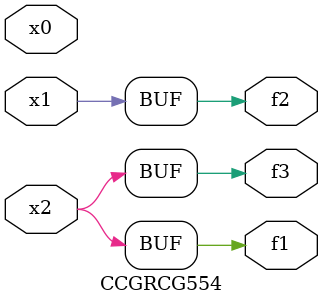
<source format=v>
module CCGRCG554(
	input x0, x1, x2,
	output f1, f2, f3
);
	assign f1 = x2;
	assign f2 = x1;
	assign f3 = x2;
endmodule

</source>
